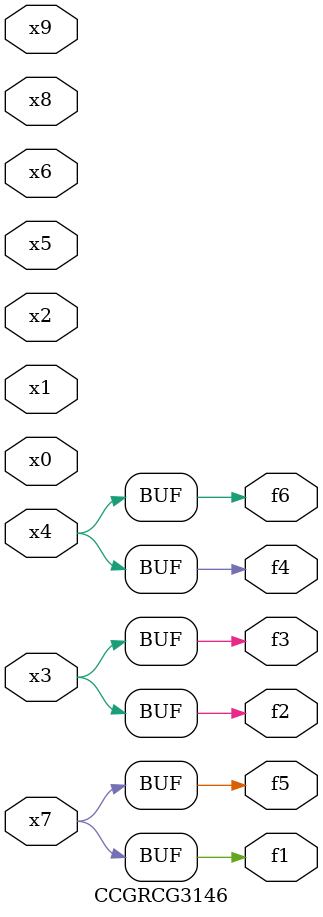
<source format=v>
module CCGRCG3146(
	input x0, x1, x2, x3, x4, x5, x6, x7, x8, x9,
	output f1, f2, f3, f4, f5, f6
);
	assign f1 = x7;
	assign f2 = x3;
	assign f3 = x3;
	assign f4 = x4;
	assign f5 = x7;
	assign f6 = x4;
endmodule

</source>
